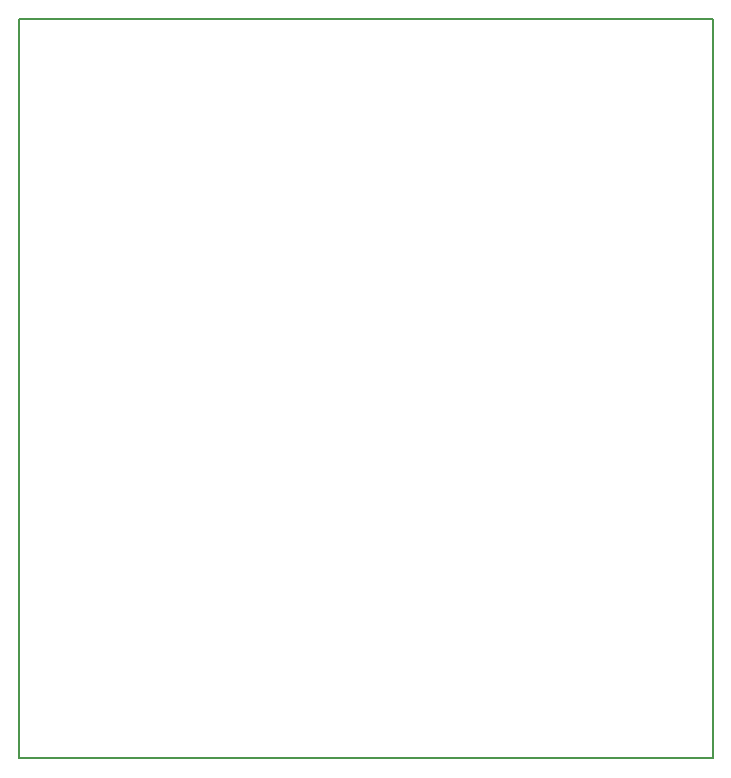
<source format=gbr>
G04 PROTEUS GERBER X2 FILE*
%TF.GenerationSoftware,Labcenter,Proteus,8.12-SP2-Build31155*%
%TF.CreationDate,2022-10-21T14:46:11+00:00*%
%TF.FileFunction,NonPlated,1,2,NPTH*%
%TF.FilePolarity,Positive*%
%TF.Part,Single*%
%TF.SameCoordinates,{e95fa94a-e835-4d4c-94da-25ea7e6aea94}*%
%FSLAX45Y45*%
%MOMM*%
G01*
%TA.AperFunction,Profile*%
%ADD17C,0.203200*%
%TD.AperFunction*%
D17*
X-5001000Y-1143000D02*
X+877000Y-1143000D01*
X+877000Y+5115040D01*
X-5001000Y+5115040D01*
X-5001000Y-1143000D01*
M02*

</source>
